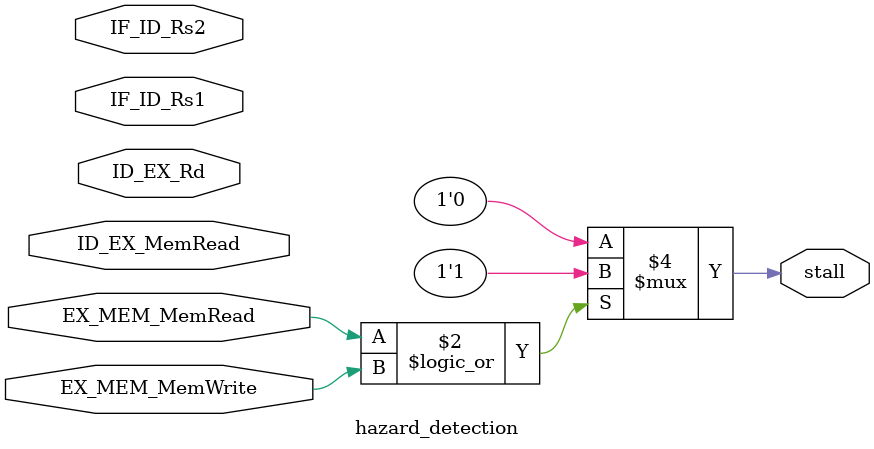
<source format=v>
module hazard_detection(input [4:0] IF_ID_Rs1, 
                        input [4:0] IF_ID_Rs2, 
                        input [4:0] ID_EX_Rd, 
                        input ID_EX_MemRead, 
                        input EX_MEM_MemRead, 
                        input EX_MEM_MemWrite,
                        output reg  stall
                        );

                  
always @ (*) 
    begin
        if (EX_MEM_MemRead || EX_MEM_MemWrite)
                stall = 1'b1;
        else
            stall = 1'b0;
//        if( ( ( IF_ID_Rs1 == ID_EX_Rd) || (IF_ID_Rs2 == ID_EX_Rd)) && (ID_EX_MemRead) && (ID_EX_Rd != 0) )
//            stall = 1'b1;
////        else if (EX_MEM_MemRead || EX_MEM_MemWrite)
////                stall = 1'b1;
//        else
//            stall = 1'b0;
    end


endmodule

</source>
